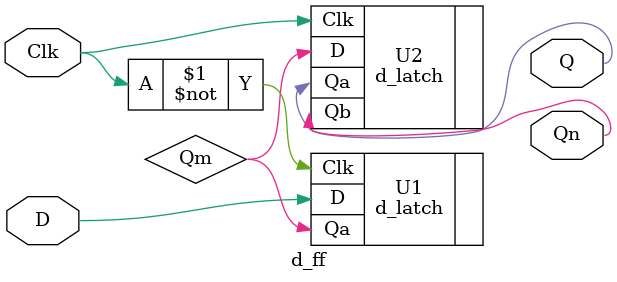
<source format=v>
module d_ff(D,Clk,Q,Qn);
	
	input D,Clk;
	output Q,Qn;
	
	wire Qm;
	
	d_latch U1(.D(D),.Clk(~Clk),.Qa(Qm));
	d_latch U2(.D(Qm),.Clk(Clk),.Qa(Q),.Qb(Qn));

endmodule
</source>
